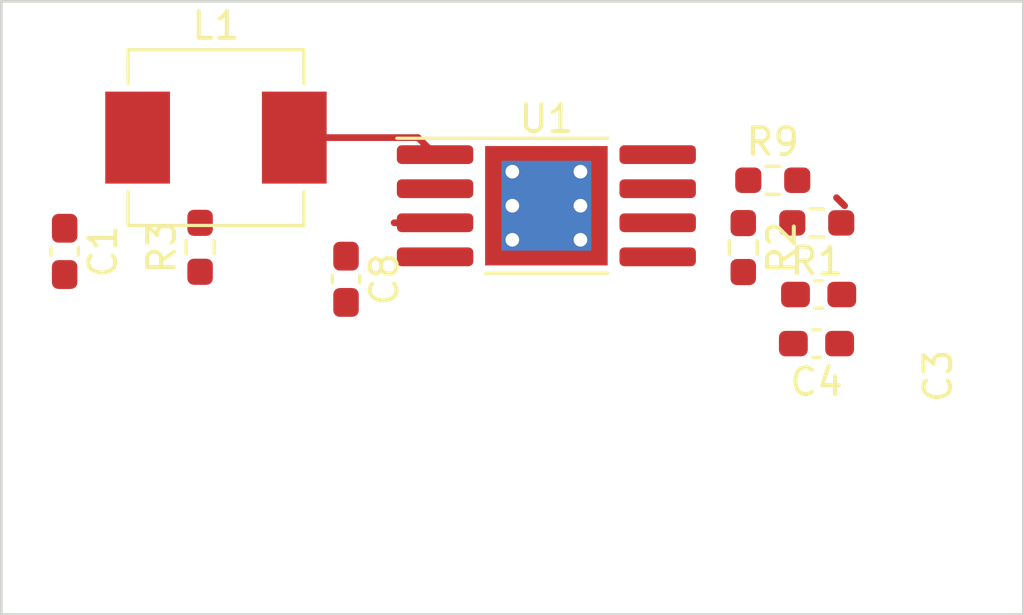
<source format=kicad_pcb>
(kicad_pcb (version 20220818) (generator pcbnew)
  (layers (0 "F.Cu" signal) (31 "B.Cu" signal) (34 "B.Paste" user) (35 "F.Paste" user) (36 "B.SilkS" user "B.Silkscreen") (37 "F.SilkS" user "F.Silkscreen") (38 "B.Mask" user) (39 "F.Mask" user) (44 "Edge.Cuts" user))
  (net 0 "")
  (net 1 "Net-(U1-LX)")
  (net 2 "+3.3V")
  (net 3 "Net-(U1-EN)")
  (net 4 "GND")
  (net 5 "Net-(U1-FB)")
  (net 6 "Net-(U1-VO)")
  (net 7 "Net-(U1-OC)")
  (footprint "Package_SO:SOP-8-1EP_4.57x4.57mm_P1.27mm_EP4.57x4.45mm_ThermalVias" (layer "F.Cu") (at 142.24 91.44)
    (fp_text reference "U1" (at 0 -3.24) (layer "F.SilkS"))
    (fp_text value "FP6276B")
    (fp_line (start 0 -2.515) (end -5.575 -2.515) (stroke (width 0.12)) (layer "F.SilkS"))
    (fp_line (start 0 -2.515) (end 2.285 -2.515) (stroke (width 0.12)) (layer "F.SilkS"))
    (fp_line (start 0 2.515) (end -2.285 2.515) (stroke (width 0.12)) (layer "F.SilkS"))
    (fp_line (start 0 2.515) (end 2.285 2.515) (stroke (width 0.12)) (layer "F.SilkS"))
    (pad "1" smd roundrect (at -4.15 -1.905) (size 2.85 0.7) (layers "F.Cu" "F.Paste" "F.Mask") (net 1 "Net-(U1-LX)"))
    (pad "2" smd roundrect (at -4.15 -0.635) (size 2.85 0.7) (layers "F.Cu" "F.Paste" "F.Mask") (net 1 "Net-(U1-LX)"))
    (pad "3" smd roundrect (at -4.15 0.635) (size 2.85 0.7) (layers "F.Cu" "F.Paste" "F.Mask") (net 2 "+3.3V"))
    (pad "4" smd roundrect (at -4.15 1.905) (size 2.85 0.7) (layers "F.Cu" "F.Paste" "F.Mask") (net 3 "Net-(U1-EN)"))
    (pad "5" smd roundrect (at 4.15 1.905) (size 2.85 0.7) (layers "F.Cu" "F.Paste" "F.Mask") (net 4 "GND"))
    (pad "6" smd roundrect (at 4.15 0.635) (size 2.85 0.7) (layers "F.Cu" "F.Paste" "F.Mask") (net 5 "Net-(U1-FB)"))
    (pad "7" smd roundrect (at 4.15 -0.635) (size 2.85 0.7) (layers "F.Cu" "F.Paste" "F.Mask") (net 7 "Net-(U1-OC)"))
    (pad "8" smd roundrect (at 4.15 -1.905) (size 2.85 0.7) (layers "F.Cu" "F.Paste" "F.Mask") (net 6 "Net-(U1-VO)"))
    (pad "9" thru_hole circle (at -1.27 -1.27) (size 0.81 0.81) (drill 0.51) (layers *.Cu) (net 4 "GND"))
    (pad "9" thru_hole circle (at -1.27 0) (size 0.81 0.81) (drill 0.51) (layers *.Cu) (net 4 "GND"))
    (pad "9" thru_hole circle (at -1.27 1.27) (size 0.81 0.81) (drill 0.51) (layers *.Cu) (net 4 "GND"))
    (pad "9" smd rect (at 0 0) (size 3.35 3.35) (layers "B.Cu") (net 4 "GND"))
    (pad "9" smd rect (at 0 0) (size 4.57 4.45) (layers "F.Cu" "F.Mask") (net 4 "GND"))
    (pad "9" thru_hole circle (at 1.27 -1.27) (size 0.81 0.81) (drill 0.51) (layers *.Cu) (net 4 "GND"))
    (pad "9" thru_hole circle (at 1.27 0) (size 0.81 0.81) (drill 0.51) (layers *.Cu) (net 4 "GND"))
    (pad "9" thru_hole circle (at 1.27 1.27) (size 0.81 0.81) (drill 0.51) (layers *.Cu) (net 4 "GND"))
  )
  (footprint "Resistor_SMD:R_0603_1608Metric_Pad0.98x0.95mm_HandSolder" (layer "F.Cu") (at 149.58 93 -90)
    (fp_text reference "R2" (at 0 -1.43 90) (layer "F.SilkS"))
    (fp_text value "1K")
    (fp_line (start -0.254724 -0.5225) (end 0.254724 -0.5225) (stroke (width 0.12)) (layer "F.SilkS"))
    (fp_line (start -0.254724 0.5225) (end 0.254724 0.5225) (stroke (width 0.12)) (layer "F.SilkS"))
    (pad "1" smd roundrect (at -0.9125 0 270) (size 0.975 0.95) (layers "F.Cu" "F.Paste" "F.Mask") (net 5 "Net-(U1-FB)"))
    (pad "2" smd roundrect (at 0.9125 0 270) (size 0.975 0.95) (layers "F.Cu" "F.Paste" "F.Mask") (net 4 "GND"))
  )
  (footprint "Resistor_SMD:R_0603_1608Metric_Pad0.98x0.95mm_HandSolder" (layer "F.Cu") (at 152.32 92.08 180)
    (fp_text reference "R1" (at 0 -1.43) (layer "F.SilkS"))
    (fp_text value "7k5")
    (fp_line (start -0.254724 -0.5225) (end 0.254724 -0.5225) (stroke (width 0.12)) (layer "F.SilkS"))
    (fp_line (start -0.254724 0.5225) (end 0.254724 0.5225) (stroke (width 0.12)) (layer "F.SilkS"))
    (pad "1" smd roundrect (at -0.9125 0 180) (size 0.975 0.95) (layers "F.Cu" "F.Paste" "F.Mask") (net 6 "Net-(U1-VO)"))
    (pad "2" smd roundrect (at 0.9125 0 180) (size 0.975 0.95) (layers "F.Cu" "F.Paste" "F.Mask") (net 5 "Net-(U1-FB)"))
  )
  (footprint "Capacitor_SMD:C_0603_1608Metric_Pad1.08x0.95mm_HandSolder" (layer "F.Cu") (at 152.31 96.58 180)
    (fp_text reference "C4" (at 0 -1.43) (layer "F.SilkS"))
    (fp_text value "100uF")
    (fp_line (start -0.146267 -0.51) (end 0.146267 -0.51) (stroke (width 0.12)) (layer "F.SilkS"))
    (fp_line (start -0.146267 0.51) (end 0.146267 0.51) (stroke (width 0.12)) (layer "F.SilkS"))
    (pad "1" smd roundrect (at -0.8625 0 180) (size 1.075 0.95) (layers "F.Cu" "F.Paste" "F.Mask") (net 6 "Net-(U1-VO)"))
    (pad "2" smd roundrect (at 0.8625 0 180) (size 1.075 0.95) (layers "F.Cu" "F.Paste" "F.Mask") (net 4 "GND"))
  )
  (footprint "Inductor_SMD:L_Vishay_IHLP-2525" (layer "F.Cu") (at 129.921 88.9)
    (fp_text reference "L1" (at 0 -4.175) (layer "F.SilkS"))
    (fp_text value "3.3uH")
    (fp_line (start -3.275 -3.275) (end 3.275 -3.275) (stroke (width 0.12)) (layer "F.SilkS"))
    (fp_line (start -3.275 -2.0145) (end -3.275 -3.275) (stroke (width 0.12)) (layer "F.SilkS"))
    (fp_line (start -3.275 2.0145) (end -3.275 3.275) (stroke (width 0.12)) (layer "F.SilkS"))
    (fp_line (start -3.275 3.275) (end 3.275 3.275) (stroke (width 0.12)) (layer "F.SilkS"))
    (fp_line (start 3.275 -3.275) (end 3.275 -2.0145) (stroke (width 0.12)) (layer "F.SilkS"))
    (fp_line (start 3.275 3.275) (end 3.275 2.0145) (stroke (width 0.12)) (layer "F.SilkS"))
    (pad "1" smd rect (at -2.921 0) (size 2.413 3.429) (layers "F.Cu" "F.Paste" "F.Mask") (net 2 "+3.3V"))
    (pad "2" smd rect (at 2.921 0) (size 2.413 3.429) (layers "F.Cu" "F.Paste" "F.Mask") (net 1 "Net-(U1-LX)"))
  )
  (footprint "Capacitor_SMD:C_0603_1608Metric_Pad1.08x0.95mm_HandSolder" (layer "F.Cu") (at 152.39 94.75 180)
    (fp_text reference "C3" (at -4.45 -3.0375 90) (layer "F.SilkS"))
    (fp_text value "22uF")
    (fp_line (start -0.146267 -0.51) (end 0.146267 -0.51) (stroke (width 0.12)) (layer "F.SilkS"))
    (fp_line (start -0.146267 0.51) (end 0.146267 0.51) (stroke (width 0.12)) (layer "F.SilkS"))
    (pad "1" smd roundrect (at -0.8625 0 180) (size 1.075 0.95) (layers "F.Cu" "F.Paste" "F.Mask") (net 6 "Net-(U1-VO)"))
    (pad "2" smd roundrect (at 0.8625 0 180) (size 1.075 0.95) (layers "F.Cu" "F.Paste" "F.Mask") (net 4 "GND"))
  )
  (footprint "Capacitor_SMD:C_0603_1608Metric_Pad1.08x0.95mm_HandSolder" (layer "F.Cu") (at 124.28 93.1425 -90)
    (fp_text reference "C1" (at 0 -1.43 90) (layer "F.SilkS"))
    (fp_text value "22uF")
    (fp_line (start -0.146267 -0.51) (end 0.146267 -0.51) (stroke (width 0.12)) (layer "F.SilkS"))
    (fp_line (start -0.146267 0.51) (end 0.146267 0.51) (stroke (width 0.12)) (layer "F.SilkS"))
    (pad "1" smd roundrect (at -0.8625 0 270) (size 1.075 0.95) (layers "F.Cu" "F.Paste" "F.Mask") (net 2 "+3.3V"))
    (pad "2" smd roundrect (at 0.8625 0 270) (size 1.075 0.95) (layers "F.Cu" "F.Paste" "F.Mask") (net 4 "GND"))
  )
  (footprint "Capacitor_SMD:C_0603_1608Metric_Pad1.08x0.95mm_HandSolder" (layer "F.Cu") (at 134.77 94.1825 -90)
    (fp_text reference "C8" (at 0 -1.43 90) (layer "F.SilkS"))
    (fp_text value "1nF")
    (fp_line (start -0.146267 -0.51) (end 0.146267 -0.51) (stroke (width 0.12)) (layer "F.SilkS"))
    (fp_line (start -0.146267 0.51) (end 0.146267 0.51) (stroke (width 0.12)) (layer "F.SilkS"))
    (pad "1" smd roundrect (at -0.8625 0 270) (size 1.075 0.95) (layers "F.Cu" "F.Paste" "F.Mask") (net 3 "Net-(U1-EN)"))
    (pad "2" smd roundrect (at 0.8625 0 270) (size 1.075 0.95) (layers "F.Cu" "F.Paste" "F.Mask") (net 4 "GND"))
  )
  (footprint "Resistor_SMD:R_0603_1608Metric_Pad0.98x0.95mm_HandSolder" (layer "F.Cu") (at 129.33 92.99 90)
    (fp_text reference "R3" (at 0 -1.43 90) (layer "F.SilkS"))
    (fp_text value "10K")
    (fp_line (start -0.254724 -0.5225) (end 0.254724 -0.5225) (stroke (width 0.12)) (layer "F.SilkS"))
    (fp_line (start -0.254724 0.5225) (end 0.254724 0.5225) (stroke (width 0.12)) (layer "F.SilkS"))
    (pad "1" smd roundrect (at -0.9125 0 90) (size 0.975 0.95) (layers "F.Cu" "F.Paste" "F.Mask") (net 3 "Net-(U1-EN)"))
    (pad "2" smd roundrect (at 0.9125 0 90) (size 0.975 0.95) (layers "F.Cu" "F.Paste" "F.Mask") (net 2 "+3.3V"))
  )
  (footprint "Resistor_SMD:R_0603_1608Metric_Pad0.98x0.95mm_HandSolder" (layer "F.Cu") (at 150.68 90.49)
    (fp_text reference "R9" (at 0 -1.43) (layer "F.SilkS"))
    (fp_text value "43K")
    (fp_line (start -0.254724 -0.5225) (end 0.254724 -0.5225) (stroke (width 0.12)) (layer "F.SilkS"))
    (fp_line (start -0.254724 0.5225) (end 0.254724 0.5225) (stroke (width 0.12)) (layer "F.SilkS"))
    (pad "1" smd roundrect (at -0.9125 0) (size 0.975 0.95) (layers "F.Cu" "F.Paste" "F.Mask") (net 7 "Net-(U1-OC)"))
    (pad "2" smd roundrect (at 0.9125 0) (size 0.975 0.95) (layers "F.Cu" "F.Paste" "F.Mask") (net 4 "GND"))
  )
  (gr_rect (start 121.92 83.82) (end 160.02 106.68) (stroke (width 0.1)) (fill none) (layer "Edge.Cuts"))
  (segment (start 137.455 88.9) (end 138.09 89.535) (width 0.25) (layer "F.Cu") (net 1))
  (segment (start 132.842 88.9) (end 137.455 88.9) (width 0.25) (layer "F.Cu") (net 1))
  (segment (start 132.842 88.9) (end 133.477 88.265) (width 0.25) (layer "F.Cu") (net 1))
  (segment (start 126.2 89.7) (end 127 88.9) (width 0.25) (layer "F.Cu") (net 2))
  (segment (start 136.565 92.075) (end 138.09 92.075) (width 0.25) (layer "F.Cu") (net 2))
  (segment (start 137.795 93.345) (end 138.09 93.345) (width 0.25) (layer "F.Cu") (net 3))
  (segment (start 144.145 93.345) (end 143.51 92.71) (width 0.25) (layer "F.Cu") (net 4))
  (segment (start 153.357776 91.44) (end 153.057776 91.14) (width 0.25) (layer "F.Cu") (net 6))
  (segment (start 146.39 89.535) (end 146.685 89.535) (width 0.25) (layer "F.Cu") (net 6))
)
</source>
